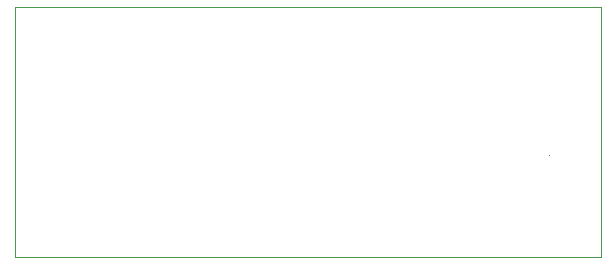
<source format=gm1>
G04 #@! TF.FileFunction,Profile,NP*
%FSLAX46Y46*%
G04 Gerber Fmt 4.6, Leading zero omitted, Abs format (unit mm)*
G04 Created by KiCad (PCBNEW 4.0.6) date 09/21/17 14:57:10*
%MOMM*%
%LPD*%
G01*
G04 APERTURE LIST*
%ADD10C,0.150000*%
%ADD11C,0.100000*%
G04 APERTURE END LIST*
D10*
D11*
X315470000Y-134170000D02*
X315480000Y-134170000D01*
X315470000Y-112990000D02*
X315470000Y-134170000D01*
X265920000Y-134170000D02*
X315530000Y-134170000D01*
X265920000Y-112990000D02*
X265920000Y-134170000D01*
X315470000Y-113000000D02*
X265910000Y-113000000D01*
X311080000Y-125500000D02*
X311100000Y-125500000D01*
M02*

</source>
